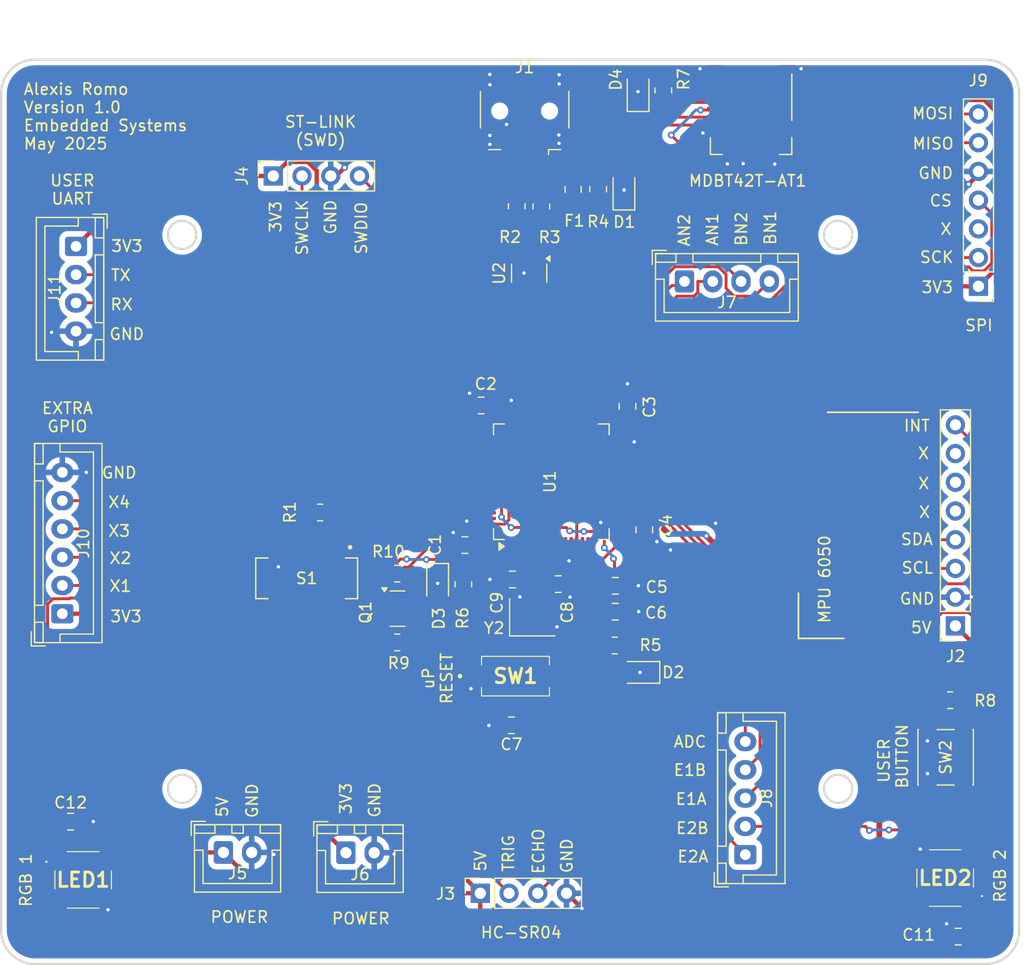
<source format=kicad_pcb>
(kicad_pcb (version 20241229) (generator "pcbnew") (generator_version "9.0")
  (layers (0 "F.Cu" signal) (2 "B.Cu" signal) (13 "F.Paste" user) (15 "B.Paste" user) (5 "F.SilkS" user "F.Silkscreen") (7 "B.SilkS" user "B.Silkscreen") (1 "F.Mask" user) (3 "B.Mask" user) (25 "Edge.Cuts" user))
  (net 0 "")
  (net 2 "/PS2_SCK")
  (net 3 "/PS2_MISO")
  (net 5 "/PS2_CS")
  (net 6 "/PS2_MOSI")
  (net 7 "Net-(U1-PA1)")
  (net 9 "/X4")
  (net 10 "/X3")
  (net 11 "/X1")
  (net 12 "/X2")
  (net 13 "/USER_TX")
  (net 16 "/USER_RX")
  (net 21 "/RESET")
  (net 28 "+3V3")
  (net 29 "GND")
  (net 33 "Net-(R1-Pad2)")
  (net 34 "/BOOT")
  (net 35 "/OSC_OUT")
  (net 36 "/OSC_IN")
  (net 37 "Net-(D1-A)")
  (net 39 "/D+")
  (net 40 "/D-")
  (net 41 "Net-(J1-VBUS)")
  (net 42 "/USB_CONN_D+")
  (net 43 "/USB_CONN_D-")
  (net 44 "Vusb")
  (net 45 "/USB_D+")
  (net 46 "/USB_D-")
  (net 47 "Net-(D2-A)")
  (net 48 "Net-(D3-A)")
  (net 49 "/USER_LED")
  (net 51 "+5V")
  (net 52 "/IMU_INT")
  (net 54 "/IMU_I2C_SCL")
  (net 56 "/IMU_I2C_SDA")
  (net 65 "Net-(D4-A)")
  (net 66 "/BL_WAKEUP")
  (net 67 "/BL_RX")
  (net 68 "/BL_TX")
  (net 69 "Net-(MDBT42T-AT1-INDICATOR)")
  (net 70 "/ULTRA_TRIG")
  (net 71 "/ULTRA_ECHO")
  (net 72 "/SWCLK")
  (net 73 "/SWDIO")
  (net 74 "/uBUTTON")
  (net 75 "/BN1")
  (net 76 "/AN1")
  (net 77 "/AN2")
  (net 78 "/BN2")
  (net 79 "/E2A")
  (net 80 "/E2B")
  (net 81 "/E1A")
  (net 82 "/E1B")
  (net 83 "/PWR_ADC")
  (net 84 "Net-(LED1-DOUT)")
  (net 85 "Net-(LED1-DIN)")
  (net 87 "/RGB_DIN")
  (footprint "Resistor_SMD:R_0805_2012Metric_Pad1.20x1.40mm_HandSolder" (layer "F.Cu") (at 137.68 42.715 -90)
    (property "Reference" "R2")
    (property "Value" "22")
  )
  (footprint "Package_QFP:LQFP-64_10x10mm_P0.5mm" (layer "F.Cu") (at 140.74 67.085 90)
    (property "Reference" "U1")
    (property "Value" "STM32F103RCTx")
  )
  (footprint "Resistor_SMD:R_0805_2012Metric_Pad1.20x1.40mm_HandSolder" (layer "F.Cu") (at 127.1175 81.3 180)
    (property "Reference" "R9")
    (property "Value" "10k")
  )
  (footprint "Resistor_SMD:R_0805_2012Metric_Pad1.20x1.40mm_HandSolder" (layer "F.Cu") (at 139.86 42.735 90)
    (property "Reference" "R3")
    (property "Value" "22")
  )
  (footprint "Capacitor_SMD:C_0805_2012Metric_Pad1.18x1.45mm_HandSolder" (layer "F.Cu") (at 98.2375 97.15)
    (property "Reference" "C12")
    (property "Value" "0.1uF")
  )
  (footprint "Connector_JST:JST_XH_B2B-XH-A_1x02_P2.50mm_Vertical" (layer "F.Cu") (at 122.58 99.9)
    (property "Reference" "J6")
    (property "Value" "CONN_3V3")
  )
  (footprint "Connector_PinHeader_2.54mm:PinHeader_1x07_P2.54mm_Vertical" (layer "F.Cu") (at 178.5 49.8 180)
    (property "Reference" "J9")
    (property "Value" "CONN_PS2")
  )
  (footprint "Connector_JST:JST_XH_B5B-XH-A_1x05_P2.50mm_Vertical" (layer "F.Cu") (at 157.89 100.07 90)
    (property "Reference" "J8")
    (property "Value" "CONN_HAL")
  )
  (footprint "Connector_PinSocket_2.54mm:PinSocket_1x08_P2.54mm_Vertical" (layer "F.Cu") (at 176.465 79.835 180)
    (property "Reference" "J2")
    (property "Value" "CONN_MPU6050")
  )
  (footprint "LED_SMD:LED_0805_2012Metric_Pad1.15x1.40mm_HandSolder" (layer "F.Cu") (at 148.41 32.475 90)
    (property "Reference" "D4")
    (property "Value" "BL_IND_LED")
  )
  (footprint "Package_TO_SOT_SMD:SOT-23" (layer "F.Cu") (at 127.1475 78.31)
    (property "Reference" "Q1")
    (property "Value" "BSS138")
  )
  (footprint "LED_SMD:LED_0805_2012Metric_Pad1.15x1.40mm_HandSolder" (layer "F.Cu") (at 130.69 76.18 -90)
    (property "Reference" "D3")
    (property "Value" "USER_LED")
  )
  (footprint "Resistor_SMD:R_0805_2012Metric_Pad1.20x1.40mm_HandSolder" (layer "F.Cu") (at 146.3475 81.57)
    (property "Reference" "R5")
    (property "Value" "10k")
  )
  (footprint "RGB_LED:INPI55TATPRPGPB" (layer "F.Cu") (at 99.35 102.3)
    (property "Reference" "LED1")
    (property "Value" "IN-PI55TATPRPGPB" (hide yes))
  )
  (footprint "Fuse:Fuse_0805_2012Metric_Pad1.15x1.40mm_HandSolder" (layer "F.Cu") (at 142.67 41.235 -90)
    (property "Reference" "F1")
    (property "Value" "PTCSMD")
  )
  (footprint "Capacitor_SMD:C_0805_2012Metric_Pad1.18x1.45mm_HandSolder" (layer "F.Cu") (at 137.3 75.73 180)
    (property "Reference" "C9")
    (property "Value" "22pF")
  )
  (footprint "Resistor_SMD:R_0805_2012Metric_Pad1.20x1.40mm_HandSolder" (layer "F.Cu") (at 127.1175 75.21 180)
    (property "Reference" "R10")
    (property "Value" "10k")
  )
  (footprint "Connector_PinSocket_2.54mm:PinSocket_1x04_P2.54mm_Vertical" (layer "F.Cu") (at 116.16 40.04 90)
    (property "Reference" "J4")
    (property "Value" "CONN_SWD")
  )
  (footprint "Resistor_SMD:R_0805_2012Metric_Pad1.20x1.40mm_HandSolder" (layer "F.Cu") (at 176 86.41)
    (property "Reference" "R8")
    (property "Value" "10k")
  )
  (footprint "Connector_JST:JST_XH_B4B-XH-A_1x04_P2.50mm_Vertical" (layer "F.Cu") (at 98.72 46.27 -90)
    (property "Reference" "J11")
    (property "Value" "CONN_UART")
  )
  (footprint "MDBT42T-AT:MDBT42T" (layer "F.Cu") (at 158.4 32.54)
    (property "Reference" "MDBT42T-AT1" (hide yes))
    (property "Value" "MDBT42T-AT" (hide yes))
  )
  (footprint "Capacitor_SMD:C_0805_2012Metric_Pad1.18x1.45mm_HandSolder" (layer "F.Cu") (at 134.54 60.34 180)
    (property "Reference" "C2")
    (property "Value" "0.1uF")
  )
  (footprint "Resistor_SMD:R_0805_2012Metric_Pad1.20x1.40mm_HandSolder" (layer "F.Cu") (at 132.96 76.15 -90)
    (property "Reference" "R6")
    (property "Value" "10k")
  )
  (footprint "Resistor_SMD:R_0805_2012Metric_Pad1.20x1.40mm_HandSolder" (layer "F.Cu") (at 150.64 32.475 90)
    (property "Reference" "R7")
    (property "Value" "10k")
  )
  (footprint "Capacitor_SMD:C_0805_2012Metric_Pad1.18x1.45mm_HandSolder" (layer "F.Cu") (at 148.96 71.34 -90)
    (property "Reference" "C4")
    (property "Value" "0.1uF")
  )
  (footprint "Package_TO_SOT_SMD:SOT-23-6" (layer "F.Cu") (at 138.78 48.6475 -90)
    (property "Reference" "U2")
    (property "Value" "USBLC6-2SC6")
  )
  (footprint "Capacitor_SMD:C_0805_2012Metric_Pad1.18x1.45mm_HandSolder" (layer "F.Cu") (at 146.39 76.29)
    (property "Reference" "C5")
    (property "Value" "0.1uF")
  )
  (footprint "Connector_PinSocket_2.54mm:PinSocket_1x04_P2.54mm_Vertical" (layer "F.Cu") (at 134.46 103.485 90)
    (property "Reference" "J3")
    (property "Value" "CONN_ULTRA")
  )
  (footprint "Connector_JST:JST_XH_B4B-XH-A_1x04_P2.50mm_Vertical" (layer "F.Cu") (at 152.51 49.37)
    (property "Reference" "J7")
    (property "Value" "CONN_DRIVE")
  )
  (footprint "Crystal:Crystal_SMD_Abracon_ABM8G-4Pin_3.2x2.5mm" (layer "F.Cu") (at 139.0525 79.07)
    (property "Reference" "Y2")
    (property "Value" "16MHz")
  )
  (footprint "SW_uP_Reset:SW_uP_Reset" (layer "F.Cu") (at 137.57 84.28)
    (property "Reference" "SW1")
    (property "Value" "SW_uP_Reset" (hide yes))
  )
  (footprint "Capacitor_SMD:C_0805_2012Metric_Pad1.18x1.45mm_HandSolder" (layer "F.Cu") (at 146.39 78.58)
    (property "Reference" "C6")
    (property "Value" "10uF")
  )
  (footprint "Connector_JST:JST_XH_B2B-XH-A_1x02_P2.50mm_Vertical" (layer "F.Cu") (at 111.75 99.875)
    (property "Reference" "J5")
    (property "Value" "CONN_5V")
  )
  (footprint "LED_SMD:LED_0805_2012Metric_Pad1.15x1.40mm_HandSolder" (layer "F.Cu") (at 148.4675 83.95 180)
    (property "Reference" "D2")
    (property "Value" "uP_PWR_LED")
  )
  (footprint "Capacitor_SMD:C_0805_2012Metric_Pad1.18x1.45mm_HandSolder" (layer "F.Cu") (at 133.1 72.69 180)
    (property "Reference" "C1")
    (property "Value" "0.1uF")
  )
  (footprint "RGB_LED:INPI55TATPRPGPB" (layer "F.Cu") (at 175.56 102.14 180)
    (property "Reference" "LED2")
    (property "Value" "IN-PI55TATPRPGPB" (hide yes))
  )
  (footprint "Capacitor_SMD:C_0805_2012Metric_Pad1.18x1.45mm_HandSolder" (layer "F.Cu") (at 141.35 76.14)
    (property "Reference" "C8")
    (property "Value" "22pF")
  )
  (footprint "Resistor_SMD:R_0805_2012Metric_Pad1.20x1.40mm_HandSolder" (layer "F.Cu") (at 120.3 69.81 180)
    (property "Reference" "R1")
    (property "Value" "10k")
  )
  (footprint "Connector_JST:JST_XH_B6B-XH-A_1x06_P2.50mm_Vertical" (layer "F.Cu") (at 97.51 78.76 90)
    (property "Reference" "J10")
    (property "Value" "CONN_TRACK")
  )
  (footprint "Capacitor_SMD:C_0805_2012Metric_Pad1.18x1.45mm_HandSolder" (layer "F.Cu") (at 147.47 60.42 90)
    (property "Reference" "C3")
    (property "Value" "0.1uF")
  )
  (footprint "Button_Switch_SMD:SW_SPST_PTS647_Sx50" (layer "F.Cu") (at 175.6 91.46 -90)
    (property "Reference" "SW2")
    (property "Value" "SW_USER")
  )
  (footprint "LED_SMD:LED_0805_2012Metric_Pad1.15x1.40mm_HandSolder" (layer "F.Cu") (at 147.16 41.185 90)
    (property "Reference" "D1")
    (property "Value" "USB_PWR_LED")
  )
  (footprint "SW_uP_Boot:SW_uP_Boot" (layer "F.Cu") (at 119.11 75.63 180)
    (property "Reference" "S1")
    (property "Value" "JS202011SCQN")
  )
  (footprint "Capacitor_SMD:C_0805_2012Metric_Pad1.18x1.45mm_HandSolder" (layer "F.Cu") (at 176.71 107.32 180)
    (property "Reference" "C11")
    (property "Value" "0.1uF")
  )
  (footprint "Connector_USB:USB_Mini-B_Lumberg_2486_01_Horizontal" (layer "F.Cu") (at 138.38 34.3 180)
    (property "Reference" "J1")
    (property "Value" "USB_B_Mini")
  )
  (footprint "Capacitor_SMD:C_0805_2012Metric_Pad1.18x1.45mm_HandSolder" (layer "F.Cu") (at 137.21 88.63 180)
    (property "Reference" "C7")
    (property "Value" "0.01uF")
  )
  (footprint "Resistor_SMD:R_0805_2012Metric_Pad1.20x1.40mm_HandSolder" (layer "F.Cu") (at 144.88 41.215 90)
    (property "Reference" "R4")
    (property "Value" "10k")
  )
  (gr_line (start 162.585 80.945) (end 166.585 80.945) (stroke (width 0.15)) (layer "F.SilkS"))
  (gr_line (start 162.585 80.945) (end 162.585 76.945) (stroke (width 0.15)) (layer "F.SilkS"))
  (gr_line (start 173.165 60.945) (end 165.165 60.945) (stroke (width 0.15)) (layer "F.SilkS"))
  (gr_arc (start 179.1 29.750001) (mid 181.22132 30.628681) (end 182.1 32.750001) (stroke (width 0.2)) (layer "Edge.Cuts"))
  (gr_arc (start 182.1 106.750001) (mid 181.22132 108.871321) (end 179.1 109.750001) (stroke (width 0.2)) (layer "Edge.Cuts"))
  (gr_line (start 179.1 29.750001) (end 95.100001 29.750001) (stroke (width 0.2)) (layer "Edge.Cuts"))
  (gr_circle (center 108.1 94.250001) (end 109.35 94.250001) (stroke (width 0.2)) (fill no) (layer "Edge.Cuts"))
  (gr_circle (center 108.1 45.250001) (end 109.35 45.250001) (stroke (width 0.2)) (fill no) (layer "Edge.Cuts"))
  (gr_line (start 179.1 109.750001) (end 95.100001 109.750001) (stroke (width 0.2)) (layer "Edge.Cuts"))
  (gr_arc (start 95.100001 109.750001) (mid 92.97868 108.871321) (end 92.1 106.75) (stroke (width 0.2)) (layer "Edge.Cuts"))
  (gr_arc (start 92.1 32.750002) (mid 92.97868 30.628681) (end 95.100001 29.750001) (stroke (width 0.2)) (layer "Edge.Cuts"))
  (gr_line (start 182.1 106.750001) (end 182.1 32.750001) (stroke (width 0.2)) (layer "Edge.Cuts"))
  (gr_circle (center 166.1 94.250001) (end 167.35 94.250001) (stroke (width 0.2)) (fill no) (layer "Edge.Cuts"))
  (gr_circle (center 166.1 45.250001) (end 167.35 45.250001) (stroke (width 0.2)) (fill no) (layer "Edge.Cuts"))
  (gr_line (start 92.1 106.75) (end 92.1 32.750002) (stroke (width 0.2)) (layer "Edge.Cuts"))
  (gr_text "5V" (at 111.65 95.84 90) (layer "F.SilkS") (effects (font (size 1 1))))
  (gr_text "X2" (at 102.65 73.85 0) (layer "F.SilkS") (effects (font (size 1 1))))
  (gr_text "ECHO" (at 139.6 99.77 90) (layer "F.SilkS") (effects (font (size 1 1))))
  (gr_text "E1B" (at 153 92.59 0) (layer "F.SilkS") (effects (font (size 1 1))))
  (gr_text "AN1" (at 154.98 44.77 90) (layer "F.SilkS") (effects (font (size 1 1))))
  (gr_text "X" (at 173.73 69.78 0) (layer "F.SilkS") (effects (font (size 1 1))))
  (gr_text "GND" (at 121.22 43.68 90) (layer "F.SilkS") (effects (font (size 1 1))))
  (gr_text "MOSI" (at 174.46 34.51 0) (layer "F.SilkS") (effects (font (size 1 1))))
  (gr_text "3V3" (at 103.22 46.24 0) (layer "F.SilkS") (effects (font (size 1 1))))
  (gr_text "E2A" (at 153.25 100.25 0) (layer "F.SilkS") (effects (font (size 1 1))))
  (gr_text "TX" (at 102.68 48.82 0) (layer "F.SilkS") (effects (font (size 1 1))))
  (gr_text "GND" (at 103.21 54.03 0) (layer "F.SilkS") (effects (font (size 1 1))))
  (gr_text "Alexis Romo\nVersion 1.0\nEmbedded Systems\nMay 2025" (at 94.012119 34.773208 0) (layer "F.SilkS") (effects (font (size 1 1)) (justify left)))
  (gr_text "HC-SR04" (at 138.08 106.96 0) (layer "F.SilkS") (effects (font (size 1 1))))
  (gr_text "3V3" (at 116.37 43.65 90) (layer "F.SilkS") (effects (font (size 1 1))))
  (gr_text "E1A" (at 153.1 95.15 0) (layer "F.SilkS") (effects (font (size 1 1))))
  (gr_text "X" (at 175.63 44.74 0) (layer "F.SilkS") (effects (font (size 1 1))))
  (gr_text "RX" (at 102.75 51.41 0) (layer "F.SilkS") (effects (font (size 1 1))))
  (gr_text "X4" (at 102.54 68.9 0) (layer "F.SilkS") (effects (font (size 1 1))))
  (gr_text "SCL" (at 173.1 74.7 0) (layer "F.SilkS") (effects (font (size 1 1))))
  (gr_text "SDA" (at 173.06 72.18 0) (layer "F.SilkS") (effects (font (size 1 1))))
  (gr_text "POWER" (at 123.9 105.72 0) (layer "F.SilkS") (effects (font (size 1 1))))
  (gr_text "GND" (at 125.12 95.26 90) (layer "F.SilkS") (effects (font (size 1 1))))
  (gr_text "3V3" (at 174.86 49.89 0) (layer "F.SilkS") (effects (font (size 1 1))))
  (gr_text "GND" (at 114.29 95.3 90) (layer "F.SilkS") (effects (font (size 1 1))))
  (gr_text "3V3" (at 103.14 79 0) (layer "F.SilkS") (effects (font (size 1 1))))
  (gr_text "MPU 6050" (at 165.485 79.685 90) (layer "F.SilkS") (effects (font (size 1 1)) (justify left bottom)))
  (gr_text "ADC" (at 153 90.09 0) (layer "F.SilkS") (effects (font (size 1 1))))
  (gr_text "uP \nRESET " (at 130.68 84.1 90) (layer "F.SilkS") (effects (font (size 1 1))))
  (gr_text "RGB 1" (at 94.29 102.33 90) (layer "F.SilkS") (effects (font (size 1 1))))
  (gr_text "5V" (at 173.45 79.99 0) (layer "F.SilkS") (effects (font (size 1 1))))
  (gr_text "INT" (at 173.06 62.13 0) (layer "F.SilkS") (effects (font (size 1 1))))
  (gr_text "SWDIO" (at 123.94 44.66 90) (layer "F.SilkS") (effects (font (size 1 1))))
  (gr_text "GND" (at 173.08 77.44 0) (layer "F.SilkS") (effects (font (size 1 1))))
  (gr_text "3V3" (at 122.58 95.11 90) (layer "F.SilkS") (effects (font (size 1 1))))
  (gr_text "SCK" (at 174.81 47.23 0) (layer "F.SilkS") (effects (font (size 1 1))))
  (gr_text "USER\nUART" (at 98.4 41.25 0) (layer "F.SilkS") (effects (font (size 1 1))))
  (gr_text "TRIG" (at 136.95 99.95 90) (layer "F.SilkS") (effects (font (size 1 1))))
  (gr_text "EXTRA\nGPIO" (at 97.96 61.39 0) (layer "F.SilkS") (effects (font (size 1 1))))
  (gr_text "GND\n" (at 174.72 39.79 0) (layer "F.SilkS") (effects (font (size 1 1))))
  (gr_text "GND" (at 102.54 66.29 0) (layer "F.SilkS") (effects (font (size 1 1))))
  (gr_text "X3" (at 102.54 71.44 0) (layer "F.SilkS") (effects (font (size 1 1))))
  (gr_text "X1" (at 102.65 76.31 0) (layer "F.SilkS") (effects (font (size 1 1))))
  (gr_text "X" (at 173.66 67.24 0) (layer "F.SilkS") (effects (font (size 1 1))))
  (gr_text "CS" (at 175.17 42.23 0) (layer "F.SilkS") (effects (font (size 1 1))))
  (gr_text "USER \nBUTTON" (at 170.95 91.37 90) (layer "F.SilkS") (effects (font (size 1 1))))
  (gr_text "BN1" (at 160.1 44.63 90) (layer "F.SilkS") (effects (font (size 1 1))))
  (gr_text "MISO" (at 174.49 37.18 0) (layer "F.SilkS") (effects (font (size 1 1))))
  (gr_text "X" (at 173.64 64.57 0) (layer "F.SilkS") (effects (font (size 1 1))))
  (gr_text "SPI" (at 178.54 53.26 0) (layer "F.SilkS") (effects (font (size 1 1))))
  (gr_text "MDBT42T-AT1" (at 158.1 40.47 0) (layer "F.SilkS") (effects (font (size 1 1))))
  (gr_text "GND" (at 142.11 100.17 90) (layer "F.SilkS") (effects (font (size 1 1))))
  (gr_text "AN2" (at 152.49 44.83 90) (layer "F.SilkS") (effects (font (size 1 1))))
  (gr_text "SWCLK" (at 118.71 44.6 90) (layer "F.SilkS") (effects (font (size 1 1))))
  (gr_text "ST-LINK\n(SWD)" (at 120.34 36.06 0) (layer "F.SilkS") (effects (font (size 1 1))))
  (gr_text "5V" (at 134.48 100.64 90) (layer "F.SilkS") (effects (font (size 1 1))))
  (gr_text "POWER" (at 113.17 105.59 0) (layer "F.SilkS") (effects (font (size 1 1))))
  (gr_text "RGB 2" (at 180.4 101.94 90) (layer "F.SilkS") (effects (font (size 1 1))))
  (gr_text "E2B" (at 153.21 97.73 0) (layer "F.SilkS") (effects (font (size 1 1))))
  (gr_text "BN2" (at 157.54 44.72 90) (layer "F.SilkS") (effects (font (size 1 1))))
  (segment (start 152.226936 52.226936) (end 160.230944 52.226936) (width 0.254) (layer "F.Cu") (net 2))
  (segment (start 165.19788 47.26) (end 178.5 47.26) (width 0.254) (layer "F.Cu") (net 2))
  (segment (start 143.99 61.41) (end 143.99 59.714925) (width 0.254) (layer "F.Cu") (net 2))
  (segment (start 160.230944 52.226936) (end 165.19788 47.26) (width 0.254) (layer "F.Cu") (net 2))
  (segment (start 150.005469 53.699456) (end 150.754416 53.699456) (width 0.254) (layer "F.Cu") (net 2))
  (segment (start 150.754416 53.699456) (end 152.226936 52.226936) (width 0.254) (layer "F.Cu") (net 2))
  (segment (start 143.99 59.714925) (end 150.005469 53.699456) (width 0.254) (layer "F.Cu") (net 2))
  (segment (start 160.231412 51.583) (end 162.311232 49.50318) (width 0.254) (layer "F.Cu") (net 3))
  (segment (start 143.49 61.41) (end 143.49 59.571457) (width 0.254) (layer "F.Cu") (net 3))
  (segment (start 152.227404 51.583) (end 160.231412 51.583) (width 0.254) (layer "F.Cu") (net 3))
  (segment (start 162.311232 49.50318) (end 162.311232 46.080889) (width 0.254) (layer "F.Cu") (net 3))
  (segment (start 150.565948 53.244456) (end 152.227404 51.583) (width 0.254) (layer "F.Cu") (net 3))
  (segment (start 171.292121 37.1) (end 178.5 37.1) (width 0.254) (layer "F.Cu") (net 3))
  (segment (start 149.817001 53.244456) (end 150.565948 53.244456) (width 0.254) (layer "F.Cu") (net 3))
  (segment (start 143.49 59.571457) (end 149.817001 53.244456) (width 0.254) (layer "F.Cu") (net 3))
  (segment (start 162.311232 46.080889) (end 171.292121 37.1) (width 0.254) (layer "F.Cu") (net 3))
  (segment (start 178.012056 48.438) (end 178.987944 48.438) (width 0.254) (layer "F.Cu") (net 5))
  (segment (start 177.662323 48.088267) (end 178.012056 48.438) (width 0.254) (layer "F.Cu") (net 5))
  (segment (start 152.453572 52.681936) (end 160.514089 52.681936) (width 0.254) (layer "F.Cu") (net 5))
  (segment (start 144.49 59.935376) (end 150.27092 54.154456) (width 0.254) (layer "F.Cu") (net 5))
  (segment (start 178.987944 48.438) (end 179.678 47.747944) (width 0.254) (layer "F.Cu") (net 5))
  (segment (start 165.107758 48.088267) (end 177.662323 48.088267) (width 0.254) (layer "F.Cu") (net 5))
  (segment (start 144.49 61.41) (end 144.49 59.935376) (width 0.254) (layer "F.Cu") (net 5))
  (segment (start 150.981052 54.154456) (end 152.453572 52.681936) (width 0.254) (layer "F.Cu") (net 5))
  (segment (start 160.514089 52.681936) (end 165.107758 48.088267) (width 0.254) (layer "F.Cu") (net 5))
  (segment (start 179.678 47.747944) (end 179.678 43.358) (width 0.254) (layer "F.Cu") (net 5))
  (segment (start 179.678 43.358) (end 178.5 42.18) (width 0.254) (layer "F.Cu") (net 5))
  (segment (start 150.27092 54.154456) (end 150.981052 54.154456) (width 0.254) (layer "F.Cu") (net 5))
  (segment (start 161.67059 49.500354) (end 161.67059 45.906892) (width 0.254) (layer "F.Cu") (net 6))
  (segment (start 142.99 59.427989) (end 149.628534 52.789456) (width 0.254) (layer "F.Cu") (net 6))
  (segment (start 150.37748 52.789456) (end 152.038936 51.128) (width 0.254) (layer "F.Cu") (net 6))
  (segment (start 173.017482 34.56) (end 178.5 34.56) (width 0.254) (layer "F.Cu") (net 6))
  (segment (start 161.67059 45.906892) (end 173.017482 34.56) (width 0.254) (layer "F.Cu") (net 6))
  (segment (start 142.99 61.41) (end 142.99 59.427989) (width 0.254) (layer "F.Cu") (net 6))
  (segment (start 160.042944 51.128) (end 161.67059 49.500354) (width 0.254) (layer "F.Cu") (net 6))
  (segment (start 149.628534 52.789456) (end 150.37748 52.789456) (width 0.254) (layer "F.Cu") (net 6))
  (segment (start 152.038936 51.128) (end 160.042944 51.128) (width 0.254) (layer "F.Cu") (net 6))
  (segment (start 143.99 72.76) (end 144.49 72.76) (width 0.254) (layer "F.Cu") (net 7))
  (segment (start 97.51 68.76) (end 114.71774 68.76) (width 0.254) (layer "F.Cu") (net 9))
  (segment (start 118.14274 65.335) (end 135.065 65.335) (width 0.254) (layer "F.Cu") (net 9))
  (segment (start 114.71774 68.76) (end 118.14274 65.335) (width 0.254) (layer "F.Cu") (net 9))
  (segment (start 112.861208 71.26) (end 118.286208 65.835) (width 0.254) (layer "F.Cu") (net 10))
  (segment (start 118.286208 65.835) (end 135.065 65.835) (width 0.254) (layer "F.Cu") (net 10))
  (segment (start 97.51 71.26) (end 112.861208 71.26) (width 0.254) (layer "F.Cu") (net 10))
  (segment (start 109.361178 76.26) (end 118.786178 66.835) (width 0.254) (layer "F.Cu") (net 11))
  (segment (start 118.786178 66.835) (end 135.065 66.835) (width 0.254) (layer "F.Cu") (net 11))
  (segment (start 97.51 76.26) (end 109.361178 76.26) (width 0.254) (layer "F.Cu") (net 11))
  (segment (start 118.64271 66.335) (end 135.065 66.335) (width 0.254) (layer "F.Cu") (net 12))
  (segment (start 97.51 73.76) (end 111.21771 73.76) (width 0.254) (layer "F.Cu") (net 12))
  (segment (start 111.21771 73.76) (end 118.64271 66.335) (width 0.254) (layer "F.Cu") (net 12))
  (segment (start 98.72 48.77) (end 116.475208 48.77) (width 0.254) (layer "F.Cu") (net 13))
  (segment (start 132.040208 64.335) (end 135.065 64.335) (width 0.254) (layer "F.Cu") (net 13))
  (segment (start 116.475208 48.77) (end 132.040208 64.335) (width 0.254) (layer "F.Cu") (net 13))
  (segment (start 98.73316 51.25684) (end 118.116237 51.25684) (width 0.254) (layer "F.Cu") (net 16))
  (segment (start 131.694397 64.835) (end 135.065 64.835) (width 0.254) (layer "F.Cu") (net 16))
  (segment (start 118.116237 51.25684) (end 131.694397 64.835) (width 0.254) (layer "F.Cu") (net 16))
  (segment (start 98.72 51.27) (end 98.73316 51.25684) (width 0.254) (layer "F.Cu") (net 16))
  (segment (start 141.868 83.332) (end 140.92 84.28) (width 0.254) (layer "F.Cu") (net 21))
  (segment (start 140.599861 88.63) (end 140.92 88.309861) (width 0.381) (layer "F.Cu") (net 21))
  (segment (start 140.92 88.309861) (end 140.92 84.28) (width 0.381) (layer "F.Cu") (net 21))
  (segment (start 139.99 74.066532) (end 141.410734 75.487266) (width 0.254) (layer "F.Cu") (net 21))
  (segment (start 138.2475 88.63) (end 140.599861 88.63) (width 0.381) (layer "F.Cu") (net 21))
  (segment (start 141.868 79.659873) (end 141.868 83.332) (width 0.254) (layer "F.Cu") (net 21))
  (segment (start 141.410734 79.202607) (end 141.868 79.659873) (width 0.254) (layer "F.Cu") (net 21))
  (segment (start 141.410734 75.487266) (end 141.410734 79.202607) (width 0.254) (layer "F.Cu") (net 21))
  (segment (start 139.99 72.76) (end 139.99 74.066532) (width 0.254) (layer "F.Cu") (net 21))
  (segment (start 180.1965 34.500753) (end 179.014247 33.3185) (width 0.381) (layer "F.Cu") (net 28))
  (segment (start 127.397812 73.929688) (end 126.1175 75.21) (width 0.254) (layer "F.Cu") (net 28))
  (segment (start 119.9985 44.761) (end 135.5775 60.34) (width 0.381) (layer "F.Cu") (net 28))
  (segment (start 147.295 63.335) (end 147.47 63.16) (width 0.254) (layer "F.Cu") (net 28))
  (segment (start 133.78 71.21) (end 133.78 72.3325) (width 0.254) (layer "F.Cu") (net 28))
  (segment (start 122.88 72.88) (end 125.21 75.21) (width 0.381) (layer "F.Cu") (net 28))
  (segment (start 120.16 97.48) (end 106.553 97.48) (width 0.381) (layer "F.Cu") (net 28))
  (segment (start 178.5 49.8) (end 180.1965 48.1035) (width 0.381) (layer "F.Cu") (net 28))
  (segment (start 106.553 97.48) (end 102.4415 101.5915) (width 0.381) (layer "F.Cu") (net 28))
  (segment (start 119.9985 39.582753) (end 119.9985 44.761) (width 0.381) (layer "F.Cu") (net 28))
  (segment (start 145.3525 78.58) (end 145.3525 76.29) (width 0.508) (layer "F.Cu") (net 28))
  (segment (start 121.61 72.88) (end 122.88 72.88) (width 0.381) (layer "F.Cu") (net 28))
  (segment (start 135.6475 60.27) (end 135.5775 60.34) (width 0.254) (layer "F.Cu") (net 28))
  (segment (start 148.4925 69.835) (end 148.96 70.3025) (width 0.254) (layer "F.Cu") (net 28))
  (segment (start 113.437929 78.76) (end 117.676429 74.5215) (width 0.381) (layer "F.Cu") (net 28))
  (segment (start 119.9685 74.5215) (end 121.61 72.88) (width 0.381) (layer "F.Cu") (net 28))
  (segment (start 168.966531 86.41) (end 154.446405 71.889874) (width 0.508) (layer "F.Cu") (net 28))
  (segment (start 147.47 63.16) (end 147.47 61.4575) (width 0.254) (layer "F.Cu") (net 28))
  (segment (start 142.99 72.76) (end 142.99 70.305) (width 0.254) (layer "F.Cu") (net 28))
  (segment (start 127.945473 73.929688) (end 127.397812 73.929688) (width 0.254) (layer "F.Cu") (net 28))
  (segment (start 142.99 72.76) (end 142.99 71.912992) (width 0.254) (layer "F.Cu") (net 28))
  (segment (start 97.51 78.76) (end 113.437929 78.76) (width 0.381) (layer "F.Cu") (net 28))
  (segment (start 117.676429 74.5215) (end 119.9685 74.5215) (width 0.381) (layer "F.Cu") (net 28))
  (segment (start 142.99 70.305) (end 142.52 69.835) (width 0.254) (layer "F.Cu") (net 28))
  (segment (start 116.16 40.04) (end 104.95 40.04) (width 0.381) (layer "F.Cu") (net 28))
  (segment (start 145.3475 94.702) (end 155 104.3545) (width 0.508) (layer "F.Cu") (net 28))
  (segment (start 136.66 60.27) (end 135.6475 60.27) (width 0.254) (layer "F.Cu") (net 28))
  (segment (start 154.446405 71.889874) (end 154.446405 71.868956) (width 0.508) (layer "F.Cu") (net 28))
  (segment (start 102.4415 101.5915) (end 100.6585 101.5915) (width 0.381) (layer "F.Cu") (net 28))
  (segment (start 136.99 61.41) (end 136.99 60.6) (width 0.254) (layer "F.Cu") (net 28))
  (segment (start 169.732626 87.877374) (end 171.2 86.41) (width 0.508) (layer "F.Cu") (net 28))
  (segment (start 144.93 69.385) (end 144.48 69.835) (width 0.254) (layer "F.Cu") (net 28))
  (segment (start 178.5 49.8) (end 164.34828 49.8) (width 0.381) (layer "F.Cu") (net 28))
  (segment (start 152.69078 61.4575) (end 147.47 61.4575) (width 0.381) (layer "F.Cu") (net 28))
  (segment (start 119.214247 38.7985) (end 119.9985 39.582753) (width 0.381) (layer "F.Cu") (net 28))
  (segment (start 145.3475 81.57) (end 145.3475 94.702) (width 0.508) (layer "F.Cu") (net 28))
  (segment (start 145.155 63.335) (end 144.93 63.56) (width 0.254) (layer "F.Cu") (net 28))
  (segment (start 126.1175 76.5055) (end 126.1175 75.21) (width 0.381) (layer "F.Cu") (net 28))
  (segment (start 116.16 40.04) (end 117.4015 38.7985) (width 0.381) (layer "F.Cu") (net 28))
  (segment (start 136.99 60.6) (end 136.66 60.27) (width 0.254) (layer "F.Cu") (net 28))
  (segment (start 100.6585 98.945805) (end 119.582805 80.0215) (width 0.381) (layer "F.Cu") (net 28))
  (segment (start 169.732626 104.3545) (end 169.732626 87.877374) (width 0.508) (layer "F.Cu") (net 28))
  (segment (start 133.78 72.3325) (end 134.1375 72.69) (width 0.254) (layer "F.Cu") (net 28))
  (segment (start 144.48 69.835) (end 142.52 69.835) (width 0.254) (layer "F.Cu") (net 28))
  (segment (start 155 104.3545) (end 169.732626 104.3545) (width 0.508) (layer "F.Cu") (net 28))
  (segment (start 144.93 63.56) (end 144.93 69.385) (width 0.254) (layer "F.Cu") (net 28))
  (segment (start 179.014247 33.3185) (end 162.1385 33.3185) (width 0.381) (layer "F.Cu") (net 28))
  (segment (start 126.1175 77.2675) (end 126.21 77.36) (width 0.381) (layer "F.Cu") (net 28))
  (segment (start 137.615 69.835) (end 136.99 69.21) (width 0.254) (layer "F.Cu") (net 28))
  (segment (start 175 86.41) (end 168.966531 86.41) (width 0.508) (layer "F.Cu") (net 28))
  (segment (start 119.582805 80.0215) (end 122.6015 80.0215) (width 0.381) (layer "F.Cu") (net 28))
  (segment (start 125.21 75.21) (end 126.1175 75.21) (width 0.381) (layer "F.Cu") (net 28))
  (segment (start 126.1175 75.21) (end 126.1175 77.2675) (width 0.381) (layer "F.Cu") (net 28))
  (segment (start 136.99 69.21) (end 136.99 61.41) (width 0.254) (layer "F.Cu") (net 28))
  (segment (start 122.58 99.9) (end 120.16 97.48) (width 0.381) (layer "F.Cu") (net 28))
  (segment (start 145.3475 78.585) (end 145.3525 78.58) (width 0.508) (layer "F.Cu") (net 28))
  (segment (start 145.3475 81.57) (end 145.3475 78.585) (width 0.508) (layer "F.Cu") (net 28))
  (segment (start 122.6015 80.0215) (end 126.1175 76.5055) (width 0.381) (layer "F.Cu") (net 28))
  (segment (start 136.99 69.21) (end 136.99 70.45) (width 0.254) (layer "F.Cu") (net 28))
  (segment (start 132.867676 73.959824) (end 129.688761 73.959824) (width 0.254) (layer "F.Cu") (net 28))
  (segment (start 134.155 70.835) (end 133.78 71.21) (width 0.254) (layer "F.Cu") (net 28))
  (segment (start 146.415 69.835) (end 148.4925 69.835) (width 0.254) (layer "F.Cu") (net 28))
  (segment (start 146.415 63.335) (end 147.295 63.335) (width 0.254) (layer "F.Cu") (net 28))
  (segment (start 104.95 40.04) (end 98.72 46.27) (width 0.381) (layer "F.Cu") (net 28))
  (segment (start 149.71013 70.3025) (end 148.96 70.3025) (width 0.508) (layer "F.Cu") (net 28))
  (segment (start 162.1385 33.3185) (end 159.8 35.657) (width 0.381) (layer "F.Cu") (net 28))
  (segment (start 159.8 35.657) (end 159.8 37.74) (width 0.381) (layer "F.Cu") (net 28))
  (segment (start 171.2 86.41) (end 175 86.41) (width 0.508) (layer "F.Cu") (net 28))
  (segment (start 151.1071 71.69947) (end 149.71013 70.3025) (width 0.508) (layer "F.Cu") (net 28))
  (segment (start 136.605 70.835) (end 135.065 70.835) (width 0.254) (layer "F.Cu") (net 28))
  (segment (start 146.415 69.835) (end 144.48 69.835) (width 0.254) (layer "F.Cu") (net 28))
  (segment (start 135.065 70.835) (end 134.155 70.835) (width 0.254) (layer "F.Cu") (net 28))
  (segment (start 146.415 63.335) (end 145.155 63.335) (width 0.254) (layer "F.Cu") (net 28))
  (segment (start 117.4015 38.7985) (end 119.214247 38.7985) (width 0.381) (layer "F.Cu") (net 28))
  (segment (start 164.34828 49.8) (end 152.69078 61.4575) (width 0.381) (layer "F.Cu") (net 28))
  (segment (start 134.1375 72.69) (end 132.867676 73.959824) (width 0.254) (layer "F.Cu") (net 28))
  (segment (start 142.52 69.835) (end 137.615 69.835) (width 0.254) (layer "F.Cu") (net 28))
  (segment (start 180.1965 48.1035) (end 180.1965 34.500753) (width 0.381) (layer "F.Cu") (net 28))
  (segment (start 100.6585 101.5915) (end 100.6585 98.945805) (width 0.381) (layer "F.Cu") (net 28))
  (segment (start 136.99 70.45) (end 136.605 70.835) (width 0.254) (layer "F.Cu") (net 28))
  (via (at 127.945473 73.929688) (size 0.6) (drill 0.3) (layers "F.Cu" "B.Cu") (net 28))
  (via (at 154.446405 71.868956) (size 0.6) (drill 0.3) (layers "F.Cu" "B.Cu") (net 28))
  (via (at 151.1071 71.69947) (size 0.6) (drill 0.3) (layers "F.Cu" "B.Cu") (net 28))
  (via (at 129.688761 73.959824) (size 0.6) (drill 0.3) (layers "F.Cu" "B.Cu") (net 28))
  (segment (start 154.275389 71.69794) (end 151.10863 71.69794) (width 0.508) (layer "B.Cu") (net 28))
  (segment (start 151.10863 71.69794) (end 151.1071 71.69947) (width 0.508) (layer "B.Cu") (net 28))
  (segment (start 154.446405 71.868956) (end 154.275389 71.69794) (width 0.508) (layer "B.Cu") (net 28))
  (segment (start 127.975609 73.959824) (end 127.945473 73.929688) (width 0.254) (layer "B.Cu") (net 28))
  (segment (start 129.688761 73.959824) (end 127.975609 73.959824) (width 0.254) (layer "B.Cu") (net 28))
  (segment (start 145.465 70.335) (end 145.11 70.69) (width 0.254) (layer "F.Cu") (net 29))
  (segment (start 137.96 77.27) (end 137.96 78.2125) (width 0.508) (layer "F.Cu") (net 29))
  (segment (start 148.43 76.28) (end 147.4375 76.28) (width 0.508) (layer "F.Cu") (net 29))
  (segment (start 125.08 99.9) (end 126.721026 99.9) (width 0.381) (layer "F.Cu") (net 29))
  (segment (start 173.36 99.59) (end 173.35 99.58) (width 0.508) (layer "F.Cu") (net 29))
  (segment (start 135.31 75.73) (end 136.2625 75.73) (width 0.508) (layer "F.Cu") (net 29))
  (segment (start 160.5 38.98) (end 160.49 38.99) (width 0.381) (layer "F.Cu") (net 29))
  (segment (start 175.6725 106.1875) (end 175.68 106.18) (width 0.508) (layer "F.Cu") (net 29))
  (segment (start 100.24 97.15) (end 100.25 97.14) (width 0.508) (layer "F.Cu") (net 29))
  (segment (start 135.065 70.335) (end 133.495 70.335) (width 0.254) (layer "F.Cu") (net 29))
  (segment (start 125.08 99.9) (end 125.08 99.92) (width 0.381) (layer "F.Cu") (net 29))
  (segment (start 174 88.835) (end 174 90) (width 0.508) (layer "F.Cu") (net 29))
  (segment (start 160.5 37.74) (end 160.5 38.98) (width 0.381) (layer "F.Cu") (net 29))
  (segment (start 98.72 53.77) (end 96.658816 53.77) (width 0.381) (layer "F.Cu") (net 29))
  (segment (start 173.36 100.54) (end 173.36 99.59) (width 0.508) (layer "F.Cu") (net 29))
  (segment (start 137.96 78.2125) (end 137.9525 78.22) (width 0.508) (layer "F.Cu") (net 29))
  (segment (start 96.658816 53.77) (end 96.559334 53.869482) (width 0.381) (layer "F.Cu") (net 29))
  (segment (start 147.4375 78.57) (end 147.4275 78.58) (width 0.508) (layer "F.Cu") (net 29))
  (segment (start 141.24 79.92) (end 140.1525 79.92) (width 0.508) (layer "F.Cu") (net 29))
  (segment (start 136.1725 88.63) (end 135.23 88.63) (width 0.508) (layer "F.Cu") (net 29))
  (segment (start 138.78 48.17) (end 138.32 48.63) (width 0.254) (layer "F.Cu") (net 29))
  (segment (start 148.41 33.5) (end 148.41 32.595) (width 0.508) (layer "F.Cu") (net 29))
  (segment (start 138.78 47.51) (end 138.78 48.17) (width 0.254) (layer "F.Cu") (net 29))
  (segment (start 135.23 88.63) (end 135.22 88.64) (width 0.508) (layer "F.Cu") (net 29))
  (segment (start 133.51 60.3325) (end 133.5025 60.34) (width 0.508) (layer "F.Cu") (net 29))
  (segment (start 121.723385 40.04) (end 122.467056 39.296329) (width 0.381) (layer "F.Cu") (net 29))
  (segment (start 143.443394 104.821771) (end 142.106623 103.485) (width 0.381) (layer "F.Cu") (net 29))
  (segment (start 142.106623 103.485) (end 142.08 103.485) (width 0.381) (layer "F.Cu") (net 29))
  (segment (start 137.49 61.41) (end 137.49 60.18) (width 0.254) (layer "F.Cu") (net 29))
  (segment (start 133.495 70.335) (end 133.26 70.57) (width 0.254) (layer "F.Cu") (net 29))
  (segment (start 142.39 76.1425) (end 142.3875 76.14) (width 0.508) (layer "F.Cu") (net 29))
  (segment (start 99.625095 66.26) (end 97.51 66.26) (width 0.381) (layer "F.Cu") (net 29))
  (segment (start 137.49 60.18) (end 137.2 59.89) (width 0.254) (layer "F.Cu") (net 29))
  (segment (start 132.07 71.58) (end 132.07 72.6825) (width 0.508) (layer "F.Cu") (net 29))
  (segment (start 146.415 63.835) (end 147.795 63.835) (width 0.254) (layer "F.Cu") (net 29))
  (segment (start 132.07 72.6825) (end 132.0625 72.69) (width 0.508) (layer "F.Cu") (net 29))
  (segment (start 155.2 30.54) (end 155.18 30.56) (width 0.381) (layer "F.Cu") (net 29))
  (segment (start 147.795 63.835) (end 148.07 63.56) (width 0.254) (layer "F.Cu") (net 29))
  (segment (start 133.64 85.39) (end 133.64 84.86) (width 0.508) (layer "F.Cu") (net 29))
  (segment (start 174 94.085) (end 174 92.9) (width 0.508) (layer "F.Cu") (net 29))
  (segment (start 136.78 37) (end 136.78 35.48) (width 0.381) (layer "F.Cu") (net 29))
  (segment (start 116.61 74.61) (end 116.61 72.88) (width 0.508) (layer "F.Cu") (net 29))
  (segment (start 155.18 30.56) (end 153.88 30.56) (width 0.381) (layer "F.Cu") (net 29))
  (segment (start 147.17 42.2) (end 147.16 42.21) (width 0.508) (layer "F.Cu") (net 29))
  (segment (start 177.826359 77.295) (end 177.858744 77.262615) (width 0.381) (layer "F.Cu") (net 29))
  (segment (start 116.033788 99.875) (end 116.211571 100.052783) (width 0.381) (layer "F.Cu") (net 29))
  (segment (start 174 90) (end 173.99 90.01) (width 0.508) (layer "F.Cu") (net 29))
  (segment (start 142.39 77.29) (end 142.39 76.1425) (width 0.508) (layer "F.Cu") (net 29))
  (segment (start 148.9625 72.38) (end 148.96 72.3775) (width 0.508) (layer "F.Cu") (net 29))
  (segment (start 130.69 76.07) (end 130.69 75.155) (width 0.508) (layer "F.Cu") (net 29))
  (segment (start 156.3 37.74) (end 156.3 38.97) (width 0.381) (layer "F.Cu") (net 29))
  (segment (start 157.7 37.74) (end 157.7 38.95) (width 0.381) (layer "F.Cu") (net 29))
  (segment (start 125.08 99.92) (end 125 100) (width 0.381) (layer "F.Cu") (net 29))
  (segment (start 126.721026 99.9) (end 126.847417 100.026391) (width 0.381) (layer "F.Cu") (net 29))
  (segment (start 99.627328 66.257767) (end 99.625095 66.26) (width 0.381) (layer "F.Cu") (net 29))
  (segment (start 147.47 58.42) (end 147.47 59.3825) (width 0.508) (layer "F.Cu") (net 29))
  (segment (start 142.49 72.76) (end 142.49 73.89) (width 0.254) (layer "F.Cu") (net 29))
  (segment (start 133.51 59.26) (end 133.51 60.3325) (width 0.508) (layer "F.Cu") (net 29))
  (segment (start 154.140426 36.24) (end 155.2 36.24) (width 0.381) (layer "F.Cu") (net 29))
  (segment (start 178.5 39.64) (end 178.5 39.891172) (width 0.381) (layer "F.Cu") (net 29))
  (segment (start 148.58 83.95) (end 149.4925 83.95) (width 0.508) (layer "F.Cu") (net 29))
  (segment (start 175.6725 107.32) (end 175.6725 106.1875) (width 0.508) (layer "F.Cu") (net 29))
  (segment (start 178.5 39.891172) (end 177.621873 40.769299) (width 0.381) (layer "F.Cu") (net 29))
  (segment (start 176.465 77.295) (end 177.826359 77.295) (width 0.381) (layer "F.Cu") (net 29))
  (segment (start 147.17 41.28) (end 147.17 42.2) (width 0.508) (layer "F.Cu") (net 29))
  (segment (start 133.64 84.86) (end 134.22 84.28) (width 0.508) (layer "F.Cu") (net 29))
  (segment (start 121.24 40.04) (end 121.723385 40.04) (width 0.381) (layer "F.Cu") (net 29))
  (segment (start 101.55 103.9) (end 101.55 104.94) (width 0.508) (layer "F.Cu") (net 29))
  (segment (start 142.49 73.89) (end 142.3 74.08) (width 0.254) (layer "F.Cu") (net 29))
  (segment (start 147.4375 76.28) (end 147.4275 76.29) (width 0.508) (layer "F.Cu") (net 29))
  (segment (start 146.415 70.335) (end 145.465 70.335) (width 0.254) (layer "F.Cu") (net 29))
  (segment (start 148.46 78.57) (end 147.4375 78.57) (width 0.508) (layer "F.Cu") (net 29))
  (segment (start 148.41 32.595) (end 148.4 32.585) (width 0.508) (layer "F.Cu") (net 29))
  (segment (start 161.6 30.54) (end 162.81 30.54) (width 0.381) (layer "F.Cu") (net 29))
  (segment (start 150.07 72.38) (end 148.9625 72.38) (width 0.508) (layer "F.Cu") (net 29))
  (segment (start 114.25 99.875) (end 116.033788 99.875) (width 0.381) (layer "F.Cu") (net 29))
  (segment (start 162.81 30.54) (end 162.82 30.55) (width 0.381) (layer "F.Cu") (net 29))
  (segment (start 99.275 97.15) (end 100.24 97.15) (width 0.508) (layer "F.Cu") (net 29))
  (via (at 135.3 31.06) (size 0.6) (drill 0.3) (layers "F.Cu" "B.Cu") (net 29))
  (via (at 135.31 31.97) (size 0.6) (drill 0.3) (layers "F.Cu" "B.Cu") (net 29))
  (via (at 177.621873 40.769299) (size 0.6) (drill 0.3) (layers "F.Cu" "B.Cu") (net 29))
  (via (at 99.627328 66.257767) (size 0.6) (drill 0.3) (layers "F.Cu" "B.Cu") (net 29))
  (via (at 138.32 48.63) (size 0.6) (drill 0.3) (layers "F.Cu" "B.Cu") (net 29))
  (via (at 101.55 104.94) (size 0.6) (drill 0.3) (layers "F.Cu" "B.Cu") (net 29))
  (via (at 136.78 35.48) (size 0.6) (drill 0.3) (layers "F.Cu" "B.Cu") (net 29))
  (via (at 137.2 59.89) (size 0.6) (drill 0.3) (layers "F.Cu" "B.Cu") (net 29))
  (via (at 135.31 36.46) (size 0.6) (drill 0.3) (layers "F.Cu" "B.Cu") (net 29))
  (via (at 100.25 97.14) (size 0.6) (drill 0.3) (layers "F.Cu" "B.Cu") (net 29))
  (via (at 96.559334 53.869482) (size 0.6) (drill 0.3) (layers "F.Cu" "B.Cu") (net 29))
  (via (at 148.43 76.28) (size 0.6) (drill 0.3) (layers "F.Cu" "B.Cu") (net 29))
  (via (at 133.26 70.57) (size 0.6) (drill 0.3) (layers "F.Cu" "B.Cu") (net 29))
  (via (at 160.49 38.99) (size 0.6) (drill 0.3) (layers "F.Cu" "B.Cu") (net 29))
  (via (at 156.3 38.97) (size 0.6) (drill 0.3) (layers "F.Cu" "B.Cu") (net 29))
  (via (at 135.31 75.73) (size 0.6) (drill 0.3) (layers "F.Cu" "B.Cu") (net 29))
  (via (at 141.24 79.92) (size 0.6) (drill 0.3) (layers "F.Cu" "B.Cu") (net 29))
  (via (at 116.61 74.61) (size 0.6) (drill 0.3) (layers "F.Cu" "B.Cu") (net 29))
  (via (at 162.82 30.55) (size 0.6) (drill 0.3) (layers "F.Cu" "B.Cu") (net 29))
  (via (at 150.07 72.38) (size 0.6) (drill 0.3) (layers "F.Cu" "B.Cu") (net 29))
  (via (at 174 92.9) (size 0.6) (drill 0.3) (layers "F.Cu" "B.Cu") (net 29))
  (via (at 132.07 71.58) (size 0.6) (drill 0.3) (layers "F.Cu" "B.Cu") (net 29))
  (via (at 133.64 85.39) (size 0.6) (drill 0.3) (layers "F.Cu" "B.Cu") (net 29))
  (via (at 141.41 36.42) (size 0.6) (drill 0.3) (layers "F.Cu" "B.Cu") (net 29))
  (via (at 145.11 70.69) (size 0.6) (drill 0.3) (layers "F.Cu" "B.Cu") (net 29))
  (via (at 173.35 99.58) (size 0.6) (drill 0.3) (layers "F.Cu" "B.Cu") (net 29))
  (via (at 153.88 30.56) (size 0.6) (drill 0.3) (layers "F.Cu" "B.Cu") (net 29))
  (via (at 148.58 83.95) (size 0.6) (drill 0.3) (layers "F.Cu" "B.Cu") (net 29))
  (via (at 135.22 88.64) (size 0.6) (drill 0.3) (layers "F.Cu" "B.Cu") (net 29))
  (via (at 143.443394 104.821771) (size 0.6) (drill 0.3) (layers "F.Cu" "B.Cu") (net 29))
  (via (at 141.42 37.15) (size 0.6) (drill 0.3) (layers "F.Cu" "B.Cu") (net 29))
  (via (at 141.43 31.9) (size 0.6) (drill 0.3) (layers "F.Cu" "B.Cu") (net 29))
  (via (at 141.43 31.09) (size 0.6) (drill 0.3) (layers "F.Cu" "B.Cu") (net 29))
  (via (at 157.7 38.95) (size 0.6) (drill 0.3) (layers "F.Cu" "B.Cu") (net 29))
  (via (at 177.858744 77.262615) (size 0.6) (drill 0.3) (layers "F.Cu" "B.Cu") (net 29))
  (via (at 116.211571 100.052783) (size 0.6) (drill 0.3) (layers "F.Cu" "B.Cu") (net 29))
  (via (at 175.68 106.18) (size 0.6) (drill 0.3) (layers "F.Cu" "B.Cu") (net 29))
  (via (at 148.46 78.57) (size 0.6) (drill 0.3) (layers "F.Cu" "B.Cu") (net 29))
  (via (at 137.96 77.27) (size 0.6) (drill 0.3) (layers "F.Cu" "B.Cu") (net 29))
  (via (at 122.467056 39.296329) (size 0.6) (drill 0.3) (layers "F.Cu" "B.Cu") (net 29))
  (via (at 148.07 63.56) (size 0.6) (drill 0.3) (layers "F.Cu" "B.Cu") (net 29))
  (via (at 148.4 32.585) (size 0.6) (drill 0.3) (layers "F.Cu" "B.Cu") (net 29))
  (via (at 154.140426 36.24) (size 0.6) (drill 0.3) (layers "F.Cu" "B.Cu") (net 29))
  (via (at 130.69 76.07) (size 0.6) (drill 0.3) (layers "F.Cu" "B.Cu") (net 29))
  (via (at 133.51 59.26) (size 0.6) (drill 0.3) (layers "F.Cu" "B.Cu") (net 29))
  (via (at 142.39 77.29) (size 0.6) (drill 0.3) (layers "F.Cu" "B.Cu") (net 29))
  (via (at 126.847417 100.026391) (size 0.6) (drill 0.3) (layers "F.Cu" "B.Cu") (net 29))
  (via (at 155.263828 70.758507) (size 0.6) (drill 0.3) (layers "F.Cu" "B.Cu") (net 29))
  (via (at 173.99 90.01) (size 0.6) (drill 0.3) (layers "F.Cu" "B.Cu") (net 29))
  (via (at 142.3 74.08) (size 0.6) (drill 0.3) (layers "F.Cu" "B.Cu") (net 29))
  (via (at 147.47 58.42) (size 0.6) (drill 0.3) (layers "F.Cu" "B.Cu") (net 29))
  (via (at 135.31 37.25) (size 0.6) (drill 0.3) (layers "F.Cu" "B.Cu") (net 29))
  (via (at 151.273417 73.116477) (size 0.6) (drill 0.3) (layers "F.Cu" "B.Cu") (net 29))
  (via (at 147.17 41.28) (size 0.6) (drill 0.3) (layers "F.Cu" "B.Cu") (net 29))
  (segment (start 119.3 69.81) (end 119.3 72.69) (width 0.381) (layer "F.Cu") (net 33))
  (segment (start 119.3 72.69) (end 119.11 72.88) (width 0.381) (layer "F.Cu") (net 33))
  (segment (start 121.3 69.81) (end 122.275 68.835) (width 0.254) (layer "F.Cu") (net 34))
  (segment (start 122.275 68.835) (end 135.065 68.835) (width 0.254) (layer "F.Cu") (net 34))
  (segment (start 140.3125 75.0325) (end 140.3125 76.14) (width 0.254) (layer "F.Cu") (net 35))
  (segment (start 139.49 74.21) (end 140.3125 75.0325) (width 0.254) (layer "F.Cu") (net 35))
  (segment (start 140.3125 78.06) (end 140.1525 78.22) (width 0.254) (layer "F.Cu") (net 35))
  (segment (start 139.49 72.76) (end 139.49 74.21) (width 0.254) (layer "F.Cu") (net 35))
  (segment (start 140.3125 76.14) (end 140.3125 78.06) (width 0.254) (layer "F.Cu") (net 35))
  (segment (start 138.69 79.92) (end 139.03 79.58) (width 0.254) (layer "F.Cu") (net 36))
  (segment (start 137.9525 79.92) (end 138.69 79.92) (width 0.254) (layer "F.Cu") (net 36))
  (segment (start 138.99 73.83) (end 138.41 74.41) (width 0.254) (layer "F.Cu") (net 36))
  (segment (start 139.03 76.4225) (end 138.3375 75.73) (width 0.254) (layer "F.Cu") (net 36))
  (segment (start 138.41 74.41) (end 138.41 75.6575) (width 0.254) (layer "F.Cu") (net 36))
  (segment (start 139.03 79.58) (end 139.03 76.4225) (width 0.254) (layer "F.Cu") (net 36))
  (segment (start 138.99 72.76) (end 138.99 73.83) (width 0.254) (layer "F.Cu") (net 36))
  (segment (start 138.41 75.6575) (end 138.3375 75.73) (width 0.254) (layer "F.Cu") (net 36))
  (segment (start 147.105 40.215) (end 144.88 40.215) (width 0.508) (layer "F.Cu") (net 37))
  (segment (start 147.16 40.16) (end 147.105 40.215) (width 0.508) (layer "F.Cu") (net 37))
  (segment (start 138.555 38.675001) (end 138.555 40.095) (width 0.2) (layer "F.Cu") (net 39))
  (segment (start 138.38 38.500001) (end 138.555 38.675001) (width 0.2) (layer "F.Cu") (net 39))
  (segment (start 138.38 37) (end 138.38 38.500001) (width 0.2) (layer "F.Cu") (net 39))
  (segment (start 138.555 40.095) (end 137.68 40.97) (width 0.2) (layer "F.Cu") (net 39))
  (segment (start 137.68 40.97) (end 137.68 41.715) (width 0.2) (layer "F.Cu") (net 39))
  (segment (start 139.18 38.500001) (end 139.005 38.675001) (width 0.2) (layer "F.Cu") (net 40))
  (segment (start 139.005 40.095) (end 139.86 40.95) (width 0.2) (layer "F.Cu") (net 40))
  (segment (start 139.86 40.95) (end 139.86 41.735) (width 0.2) (layer "F.Cu") (net 40))
  (segment (start 139.18 37) (end 139.18 38.500001) (width 0.2) (layer "F.Cu") (net 40))
  (segment (start 139.005 38.675001) (end 139.005 40.095) (width 0.2) (layer "F.Cu") (net 40))
  (segment (start 139.98 37) (end 139.98 38.59) (width 0.381) (layer "F.Cu") (net 41))
  (segment (start 140.33 38.94) (end 142.3 38.94) (width 0.381) (layer "F.Cu") (net 41))
  (segment (start 142.3 38.94) (end 142.67 39.31) (width 0.381) (layer "F.Cu") (net 41))
  (segment (start 142.67 39.31) (end 142.67 40.21) (width 0.381) (layer "F.Cu") (net 41))
  (segment (start 139.98 38.59) (end 140.33 38.94) (width 0.381) (layer "F.Cu") (net 41))
  (segment (start 138.554999 45.998197) (end 137.83 46.723196) (width 0.2) (layer "F.Cu") (net 42))
  (segment (start 137.83 46.723196) (end 137.83 47.51) (width 0.2) (layer "F.Cu") (net 42))
  (segment (start 137.68 43.715) (end 138.554999 44.589999) (width 0.2) (layer "F.Cu") (net 42))
  (segment (start 138.554999 44.589999) (end 138.554999 45.998197) (width 0.2) (layer "F.Cu") (net 42))
  (segment (start 139.73 46.536802) (end 139.73 47.51) (width 0.2) (layer "F.Cu") (net 43))
  (segment (start 139.005001 45.811803) (end 139.73 46.536802) (width 0.2) (layer "F.Cu") (net 43))
  (segment (start 139.005001 44.589999) (end 139.005001 45.811803) (width 0.2) (layer "F.Cu") (net 43))
  (segment (start 139.86 43.735) (end 139.005001 44.589999) (width 0.2) (layer "F.Cu") (net 43))
  (segment (start 138.78 49.23) (end 139.34 48.67) (width 0.254) (layer "F.Cu") (net 44))
  (segment (start 139.34 48.67) (end 142.29 48.67) (width 0.254) (layer "F.Cu") (net 44))
  (segment (start 142.29 48.67) (end 142.67 48.29) (width 0.254) (layer "F.Cu") (net 44))
  (segment (start 138.78 49.785) (end 138.78 49.23) (width 0.254) (layer "F.Cu") (net 44))
  (segment (start 142.715 42.215) (end 142.67 42.26) (width 0.508) (layer "F.Cu") (net 44))
  (segment (start 144.88 42.215) (end 142.715 42.215) (width 0.508) (layer "F.Cu") (net 44))
  (segment (start 142.67 48.29) (end 142.67 42.26) (width 0.254) (layer "F.Cu") (net 44))
  (segment (start 137.83 50.778751) (end 137.83 49.785) (width 0.2) (layer "F.Cu") (net 45))
  (segment (start 138.49 60.247499) (end 138.515 60.222499) (width 0.2) (layer "F.Cu") (net 45))
  (segment (start 138.49 61.41) (end 138.49 60.247499) (width 0.2) (layer "F.Cu") (net 45))
  (segment (start 137.83 50.778751) (end 138.515 51.46375) (width 0.2) (layer "F.Cu") (net 45))
  (segment (start 138.515 60.222499) (end 138.515 51.46375) (width 0.2) (layer "F.Cu") (net 45))
  (segment (start 138.965 51.543751) (end 139.73 50.778751) (width 0.2) (layer "F.Cu") (net 46))
  (segment (start 138.99 60.247499) (end 138.965 60.222499) (width 0.2) (layer "F.Cu") (net 46))
  (segment (start 139.73 50.778751) (end 139.73 49.785) (width 0.2) (layer "F.Cu") (net 46))
  (segment (start 138.965 60.222499) (end 138.965 51.543751) (width 0.2) (layer "F.Cu") (net 46))
  (segment (start 138.99 61.41) (end 138.99 60.247499) (width 0.2) (layer "F.Cu") (net 46))
  (segment (start 147.3475 83.855) (end 147.4425 83.95) (width 0.508) (layer "F.Cu") (net 47))
  (segment (start 147.3475 81.57) (end 147.3475 83.855) (width 0.508) (layer "F.Cu") (net 47))
  (segment (start 130.745 77.15) (end 130.69 77.205) (width 0.254) (layer "F.Cu") (net 48))
  (segment (start 132.96 77.15) (end 130.745 77.15) (width 0.254) (layer "F.Cu") (net 48))
  (segment (start 132.96 75.15) (end 134.247 73.863) (width 0.254) (layer "F.Cu") (net 49))
  (segment (start 134.247 73.863) (end 137.234008 73.863) (width 0.254) (layer "F.Cu") (net 49))
  (segment (start 137.49 73.607008) (end 137.49 72.76) (width 0.254) (layer "F.Cu") (net 49))
  (segment (start 137.234008 73.863) (end 137.49 73.607008) (width 0.254) (layer "F.Cu") (net 49))
  (segment (start 172.24 102.76) (end 168.336976 106.663024) (width 0.381) (layer "F.Cu") (net 51))
  (segment (start 176.465 79.835) (end 180 83.37) (width 0.381) (layer "F.Cu") (net 51))
  (segment (start 102.810487 102.189513) (end 97.201395 102.189513) (width 0.381) (layer "F.Cu") (net 51))
  (segment (start 180 83.37) (end 180 100) (width 0.381) (layer "F.Cu") (net 51))
  (segment (start 97.201395 100.751395) (end 97.15 100.7) (width 0.381) (layer "F.Cu") (net 51))
  (segment (start 128.1175 97.1425) (end 134.46 103.485) (width 0.381) (layer "F.Cu") (net 51))
  (segment (start 176.78 102.76) (end 172.24 102.76) (width 0.381) (layer "F.Cu") (net 51))
  (segment (start 177.7475 103.7525) (end 177.76 103.74) (width 0.381) (layer "F.Cu") (net 51))
  (segment (start 97.201395 102.189513) (end 97.201395 100.751395) (width 0.381) (layer "F.Cu") (net 51))
  (segment (start 177.76 102.24) (end 177.76 103.74) (width 0.381) (layer "F.Cu") (net 51))
  (segment (start 134.46 106.123024) (end 134.46 103.485) (width 0.381) (layer "F.Cu") (net 51))
  (segment (start 177.7475 107.32) (end 177.7475 103.7525) (width 0.381) (layer "F.Cu") (net 51))
  (segment (start 105.125 99.875) (end 102.810487 102.189513) (width 0.381) (layer "F.Cu") (net 51))
  (segment (start 111.75 99.875) (end 105.125 99.875) (width 0.381) (layer "F.Cu") (net 51))
  (segment (start 128.1175 81.3) (end 128.1175 97.1425) (width 0.381) (layer "F.Cu") (net 51))
  (segment (start 135 106.663024) (end 134.46 106.123024) (width 0.381) (layer "F.Cu") (net 51))
  (segment (start 134.46 103.485) (end 115.36 103.485) (width 0.381) (layer "F.Cu") (net 51))
  (segment (start 180 100) (end 177.76 102.24) (width 0.381) (layer "F.Cu") (net 51))
  (segment (start 168.336976 106.663024) (end 135 106.663024) (width 0.381) (layer "F.Cu") (net 51))
  (segment (start 97.2 97.15) (end 97.2 100.65) (width 0.381) (layer "F.Cu") (net 51))
  (segment (start 97.2 100.65) (end 97.15 100.7) (width 0.381) (layer "F.Cu") (net 51))
  (segment (start 177.76 103.74) (end 176.78 102.76) (width 0.381) (layer "F.Cu") (net 51))
  (segment (start 115.36 103.485) (end 111.75 99.875) (width 0.381) (layer "F.Cu") (net 51))
  (segment (start 135 104.025) (end 134.46 103.485) (width 0.381) (layer "F.Cu") (net 51))
  (segment (start 178.40823 76.117) (end 178.658037 75.867193) (width 0.254) (layer "F.Cu") (net 52))
  (segment (start 178.658037 64.248037) (end 176.465 62.055) (width 0.254) (layer "F.Cu") (net 52))
  (segment (start 168.971468 76.117) (end 178.40823 76.117) (width 0.254) (layer "F.Cu") (net 52))
  (segment (start 178.658037 75.867193) (end 178.658037 64.248037) (width 0.254) (layer "F.Cu") (net 52))
  (segment (start 158.189468 65.335) (end 168.971468 76.117) (width 0.254) (layer "F.Cu") (net 52))
  (segment (start 146.415 65.335) (end 158.189468 65.335) (width 0.254) (layer "F.Cu") (net 52))
  (segment (start 158.690653 64.842547) (end 159.779453 64.842547) (width 0.254) (layer "F.Cu") (net 54))
  (segment (start 158.683106 64.835) (end 158.690653 64.842547) (width 0.254) (layer "F.Cu") (net 54))
  (segment (start 159.779453 64.842547) (end 169.691906 74.755) (width 0.254) (layer "F.Cu") (net 54))
  (segment (start 146.415 64.835) (end 158.683106 64.835) (width 0.254) (layer "F.Cu") (net 54))
  (segment (start 169.691906 74.755) (end 176.465 74.755) (width 0.254) (layer "F.Cu") (net 54))
  (segment (start 160.927439 64.335) (end 168.807439 72.215) (width 0.254) (layer "F.Cu") (net 56))
  (segment (start 168.807439 72.215) (end 176.465 72.215) (width 0.254) (layer "F.Cu") (net 56))
  (segment (start 146.415 64.335) (end 160.927439 64.335) (width 0.254) (layer "F.Cu") (net 56))
  (segment (start 150.64 31.475) (end 148.435 31.475) (width 0.381) (layer "F.Cu") (net 65))
  (segment (start 148.435 31.475) (end 148.41 31.45) (width 0.381) (layer "F.Cu") (net 65))
  (segment (start 153.931212 34.213) (end 155.127 34.213) (width 0.254) (layer "F.Cu") (net 66))
  (segment (start 151.340211 36.42505) (end 153.215372 38.300211) (width 0.254) (layer "F.Cu") (net 66))
  (segment (start 153.215372 38.300211) (end 153.215372 39.675031) (width 0.254) (layer "F.Cu") (net 66))
  (segment (start 155.127 34.213) (end 155.2 34.14) (width 0.254) (layer "F.Cu") (net 66))
  (segment (start 153.215372 39.675031) (end 140.49 52.400403) (width 0.254) (layer "F.Cu") (net 66))
  (segment (start 140.49 52.400403) (end 140.49 61.41) (width 0.254) (layer "F.Cu") (net 66))
  (via (at 151.340211 36.42505) (size 0.6) (drill 0.3) (layers "F.Cu" "B.Cu") (net 66))
  (via (at 153.931212 34.213) (size 0.6) (drill 0.3) (layers "F.Cu" "B.Cu") (net 66))
  (segment (start 153.500323 34.213) (end 153.215372 34.497951) (width 0.254) (layer "B.Cu") (net 66))
  (segment (start 153.215372 34.549889) (end 151.340211 36.42505) (width 0.254) (layer "B.Cu") (net 66))
  (segment (start 153.215372 34.497951) (end 153.215372 34.549889) (width 0.254) (layer "B.Cu") (net 66))
  (segment (start 153.931212 34.213) (end 153.500323 34.213) (width 0.254) (layer "B.Cu") (net 66))
  (segment (start 149.694542 36.370019) (end 150.524561 35.54) (width 0.254) (layer "F.Cu") (net 67))
  (segment (start 139.99 52.256935) (end 149.694542 42.552392) (width 0.254) (layer "F.Cu") (net 67))
  (segment (start 150.524561 35.54) (end 155.2 35.54) (width 0.254) (layer "F.Cu") (net 67))
  (segment (start 139.99 61.41) (end 139.99 52.256935) (width 0.254) (layer "F.Cu") (net 67))
  (segment (start 149.694542 42.552392) (end 149.694542 36.370019) (width 0.254) (layer "F.Cu") (net 67))
  (segment (start 149.239542 36.181551) (end 150.581093 34.84) (width 0.254) (layer "F.Cu") (net 68))
  (segment (start 139.49 61.41) (end 139.49 52.113467) (width 0.254) (layer "F.Cu") (net 68))
  (segment (start 149.239542 42.363925) (end 149.239542 36.181551) (width 0.254) (layer "F.Cu") (net 68))
  (segment (start 150.581093 34.84) (end 155.2 34.84) (width 0.254) (layer "F.Cu") (net 68))
  (segment (start 139.49 52.113467) (end 149.239542 42.363925) (width 0.254) (layer "F.Cu") (net 68))
  (segment (start 150.64 33.475) (end 155.165 33.475) (width 0.381) (layer "F.Cu") (net 69))
  (segment (start 155.165 33.475) (end 155.2 33.44) (width 0.381) (layer "F.Cu") (net 69))
  (segment (start 140.199882 89.791914) (end 139.487718 89.791914) (width 0.254) (layer "F.Cu") (net 70))
  (segment (start 139.487718 89.791914) (end 136.69143 92.588202) (width 0.254) (layer "F.Cu") (net 70))
  (segment (start 143.49 79.570066) (end 142.43133 80.628736) (width 0.254) (layer "F.Cu") (net 70))
  (segment (start 136.69143 92.588202) (end 136.69143 98.892558) (width 0.254) (layer "F.Cu") (net 70))
  (segment (start 136.107442 99.476546) (end 136.107442 102.592442) (width 0.254) (layer "F.Cu") (net 70))
  (segment (start 142.43133 87.560466) (end 140.199882 89.791914) (width 0.254) (layer "F.Cu") (net 70))
  (segment (start 136.69143 98.892558) (end 136.107442 99.476546) (width 0.254) (layer "F.Cu") (net 70))
  (segment (start 143.49 72.76) (end 143.49 79.570066) (width 0.254) (layer "F.Cu") (net 70))
  (segment (start 142.43133 80.628736) (end 142.43133 87.560466) (width 0.254) (layer "F.Cu") (net 70))
  (segment (start 136.107442 102.592442) (end 137 103.485) (width 0.254) (layer "F.Cu") (net 70))
  (segment (start 144.121676 75.120503) (end 144.121676 98.903324) (width 0.254) (layer "F.Cu") (net 71))
  (segment (start 146.415 72.827179) (end 144.121676 75.120503) (width 0.254) (layer "F.Cu") (net 71))
  (segment (start 144.121676 98.903324) (end 139.54 103.485) (width 0.254) (layer "F.Cu") (net 71))
  (segment (start 146.415 70.835) (end 146.415 72.827179) (width 0.254) (layer "F.Cu") (net 71))
  (segment (start 135.065 63.335) (end 133.335 63.335) (width 0.254) (layer "F.Cu") (net 72))
  (segment (start 133.335 63.335) (end 118.7 48.7) (width 0.254) (layer "F.Cu") (net 72))
  (segment (start 118.7 48.7) (end 118.7 40.04) (width 0.254) (layer "F.Cu") (net 72))
  (segment (start 123.78 40.04) (end 137.99 54.25) (width 0.254) (layer "F.Cu") (net 73))
  (segment (start 137.99 54.25) (end 137.99 61.41) (width 0.254) (layer "F.Cu") (net 73))
  (segment (start 177.2 86.61) (end 177 86.41) (width 0.381) (layer "F.Cu") (net 74))
  (segment (start 177.2 88.835) (end 177.2 86.61) (width 0.381) (layer "F.Cu") (net 74))
  (segment (start 156.925 66.335) (end 177 86.41) (width 0.254) (layer "F.Cu") (net 74))
  (segment (start 177.2 94.085) (end 177.2 88.835) (width 0.381) (layer "F.Cu") (net 74))
  (segment (start 146.415 66.335) (end 156.925 66.335) (width 0.254) (layer "F.Cu") (net 74))
  (segment (start 150.946344 49.541241) (end 141.49 58.997585) (width 0.254) (layer "F.Cu") (net 75))
  (segment (start 151.663658 48.067) (end 150.946344 48.784314) (width 0.254) (layer "F.Cu") (net 75))
  (segment (start 156.188 48.757056) (end 155.497944 48.067) (width 0.254) (layer "F.Cu") (net 75))
  (segment (start 160.01 49.37) (end 158.707 50.673) (width 0.254) (layer "F.Cu") (net 75))
  (segment (start 141.49 58.997585) (end 141.49 61.41) (width 0.254) (layer "F.Cu") (net 75))
  (segment (start 156.188 49.982944) (end 156.188 48.757056) (width 0.254) (layer "F.Cu") (net 75))
  (segment (start 156.878056 50.673) (end 156.188 49.982944) (width 0.254) (layer "F.Cu") (net 75))
  (segment (start 155.497944 48.067) (end 151.663658 48.067) (width 0.254) (layer "F.Cu") (net 75))
  (segment (start 158.707 50.673) (end 156.878056 50.673) (width 0.254) (layer "F.Cu") (net 75))
  (segment (start 150.946344 48.784314) (end 150.946344 49.541241) (width 0.254) (layer "F.Cu") (net 75))
  (segment (start 142.49 59.284521) (end 142.49 61.41) (width 0.254) (layer "F.Cu") (net 76))
  (segment (start 151.850468 50.673) (end 150.189012 52.334456) (width 0.254) (layer "F.Cu") (net 76))
  (segment (start 153.356342 50.673) (end 151.850468 50.673) (width 0.254) (layer "F.Cu") (net 76))
  (segment (start 153.688 49.37) (end 153.688 50.341342) (width 0.254) (layer "F.Cu") (net 76))
  (segment (start 150.189012 52.334456) (end 149.440065 52.334456) (width 0.254) (layer "F.Cu") (net 76))
  (segment (start 153.688 50.341342) (end 153.356342 50.673) (width 0.254) (layer "F.Cu") (net 76))
  (segment (start 149.440065 52.334456) (end 142.49 59.284521) (width 0.254) (layer "F.Cu") (net 76))
  (segment (start 155.01 49.37) (end 153.688 49.37) (width 0.254) (layer "F.Cu") (net 76))
  (segment (start 151.401344 49.729709) (end 152.150291 49.729709) (width 0.254) (layer "F.Cu") (net 77))
  (segment (start 141.99 59.141053) (end 141.99 61.41) (width 0.254) (layer "F.Cu") (net 77))
  (segment (start 152.150291 49.729709) (end 152.51 49.37) (width 0.254) (layer "F.Cu") (net 77))
  (segment (start 151.401344 49.729709) (end 141.99 59.141053) (width 0.254) (layer "F.Cu") (net 77))
  (segment (start 141.035 58.965) (end 140.99 59.01) (width 0.254) (layer "F.Cu") (net 78))
  (segment (start 141.035 58.809118) (end 141.035 58.965) (width 0.254) (layer "F.Cu") (net 78))
  (segment (start 150.491344 48.595847) (end 150.491344 49.352773) (width 0.254) (layer "F.Cu") (net 78))
  (segment (start 151.47519 47.612) (end 150.491344 48.595847) (width 0.254) (layer "F.Cu") (net 78))
  (segment (start 150.491344 49.352773) (end 141.035 58.809118) (width 0.254) (layer "F.Cu") (net 78))
  (segment (start 151.823539 47.612) (end 151.47519 47.612) (width 0.254) (layer "F.Cu") (net 78))
  (segment (start 152.148513 47.287026) (end 151.823539 47.612) (width 0.254) (layer "F.Cu") (net 78))
  (segment (start 140.99 59.01) (end 140.99 61.41) (width 0.254) (layer "F.Cu") (net 78))
  (segment (start 157.51 49.37) (end 155.427026 47.287026) (width 0.254) (layer "F.Cu") (net 78))
  (segment (start 155.427026 47.287026) (end 152.148513 47.287026) (width 0.254) (layer "F.Cu") (net 78))
  (segment (start 136.337922 68.760914) (end 135.912008 68.335) (width 0.254) (layer "F.Cu") (net 79))
  (segment (start 145.016873 71.485) (end 143.617 71.485) (width 0.254) (layer "F.Cu") (net 79))
  (segment (start 145.425112 72.930354) (end 145.425112 71.893239) (width 0.254) (layer "F.Cu") (net 79))
  (segment (start 135.912008 68.335) (end 135.065 68.335) (width 0.254) (layer "F.Cu") (net 79))
  (segment (start 146.324236 88.504236) (end 146.324236 73.978189) (width 0.254) (layer "F.Cu") (net 79))
  (segment (start 142.060552 71.135002) (end 137.191711 71.135002) (width 0.254) (layer "F.Cu") (net 79))
  (segment (start 145.425112 71.893239) (end 145.016873 71.485) (width 0.254) (layer "F.Cu") (net 79))
  (segment (start 136.337922 70.207083) (end 136.337922 68.760914) (width 0.254) (layer "F.Cu") (net 79))
  (segment (start 142.363 71.43745) (end 142.060552 71.135002) (width 0.254) (layer "F.Cu") (net 79))
  (segment (start 146.324236 73.978189) (end 146.237469 73.891422) (width 0.254) (layer "F.Cu") (net 79))
  (segment (start 157.89 100.07) (end 146.324236 88.504236) (width 0.254) (layer "F.Cu") (net 79))
  (via (at 142.363 71.43745) (size 0.6) (drill 0.3) (layers "F.Cu" "B.Cu") (net 79))
  (via (at 137.191711 71.135002) (size 0.6) (drill 0.3) (layers "F.Cu" "B.Cu") (net 79))
  (via (at 146.237469 73.891422) (size 0.6) (drill 0.3) (layers "F.Cu" "B.Cu") (net 79))
  (via (at 136.337922 70.207083) (size 0.6) (drill 0.3) (layers "F.Cu" "B.Cu") (net 79))
  (via (at 143.617 71.485) (size 0.6) (drill 0.3) (layers "F.Cu" "B.Cu") (net 79))
  (via (at 145.425112 72.930354) (size 0.6) (drill 0.3) (layers "F.Cu" "B.Cu") (net 79))
  (segment (start 146.237469 73.891422) (end 146.237469 73.742711) (width 0.254) (layer "B.Cu") (net 79))
  (segment (start 142.41055 71.485) (end 142.363 71.43745) (width 0.254) (layer "B.Cu") (net 79))
  (segment (start 136.337922 70.207083) (end 136.337922 70.281213) (width 0.254) (layer "B.Cu") (net 79))
  (segment (start 146.237469 73.742711) (end 145.425112 72.930354) (width 0.254) (layer "B.Cu") (net 79))
  (segment (start 136.337922 70.281213) (end 137.191711 71.135002) (width 0.254) (layer "B.Cu") (net 79))
  (segment (start 143.617 71.485) (end 142.41055 71.485) (width 0.254) (layer "B.Cu") (net 79))
  (segment (start 180.5185 106.185842) (end 180.5185 81.5325) (width 0.254) (layer "F.Cu") (net 80))
  (segment (start 109.134452 77.374885) (end 98.186059 77.374885) (width 0.254) (layer "F.Cu") (net 80))
  (segment (start 180.5185 81.5325) (end 177.643 78.657) (width 0.254) (layer "F.Cu") (net 80))
  (segment (start 177.643 78.657) (end 175.287 78.657) (width 0.254) (layer "F.Cu") (net 80))
  (segment (start 178.028 95.359863) (end 175.50827 97.879593) (width 0.254) (layer "F.Cu") (net 80))
  (segment (start 173.473127 81.258785) (end 178.028 85.813658) (width 0.254) (layer "F.Cu") (net 80))
  (segment (start 96.682658 77.438) (end 96.207 77.913658) (width 0.254) (layer "F.Cu") (net 80))
  (segment (start 96.207 77.913658) (end 96.207 104.613) (width 0.254) (layer "F.Cu") (net 80))
  (segment (start 173.473127 80.470873) (end 173.473127 81.258785) (width 0.254) (layer "F.Cu") (net 80))
  (segment (start 168.867223 97.924633) (end 168.51259 97.57) (width 0.254) (layer "F.Cu") (net 80))
  (segment (start 178.028 85.813658) (end 178.028 95.359863) (width 0.254) (layer "F.Cu") (net 80))
  (segment (start 178.030667 108.673675) (end 180.5185 106.185842) (width 0.254) (layer "F.Cu") (net 80))
  (segment (start 118.674337 67.835) (end 109.134452 77.374885) (width 0.254) (layer "F.Cu") (net 80))
  (segment (start 98.122944 77.438) (end 96.682658 77.438) (width 0.254) (layer "F.Cu") (net 80))
  (segment (start 96.207 104.613) (end 100.267675 108.673675) (width 0.254) (layer "F.Cu") (net 80))
  (segment (start 175.50827 97.879593) (end 170.578757 97.879593) (width 0.254) (layer "F.Cu") (net 80))
  (segment (start 98.186059 77.374885) (end 98.122944 77.438) (width 0.254) (layer "F.Cu") (net 80))
  (segment (start 135.065 67.835) (end 118.674337 67.835) (width 0.254) (layer "F.Cu") (net 80))
  (segment (start 168.51259 97.57) (end 157.89 97.57) (width 0.254) (layer "F.Cu") (net 80))
  (segment (start 100.267675 108.673675) (end 178.030667 108.673675) (width 0.254) (layer "F.Cu") (net 80))
  (segment (start 175.287 78.657) (end 173.473127 80.470873) (width 0.254) (layer "F.Cu") (net 80))
  (via (at 170.578757 97.879593) (size 0.6) (drill 0.3) (layers "F.Cu" "B.Cu") (net 80))
  (via (at 168.867223 97.924633) (size 0.6) (drill 0.3) (layers "F.Cu" "B.Cu") (net 80))
  (segment (start 170.578757 97.879593) (end 168.912263 97.879593) (width 0.254) (layer "B.Cu") (net 80))
  (segment (start 168.912263 97.879593) (end 168.867223 97.924633) (width 0.254) (layer "B.Cu") (net 80))
  (segment (start 149.504819 67.835) (end 159.648 77.978181) (width 0.254) (layer "F.Cu") (net 81))
  (segment (start 159.648 77.978181) (end 159.648 93.312) (width 0.254) (layer "F.Cu") (net 81))
  (segment (start 159.648 93.312) (end 157.89 95.07) (width 0.254) (layer "F.Cu") (net 81))
  (segment (start 146.415 67.835) (end 149.504819 67.835) (width 0.254) (layer "F.Cu") (net 81))
  (segment (start 159.193 91.267) (end 157.89 92.57) (width 0.254) (layer "F.Cu") (net 82))
  (segment (start 159.193 78.166648) (end 159.193 91.267) (width 0.254) (layer "F.Cu") (net 82))
  (segment (start 149.361352 68.335) (end 159.193 78.166648) (width 0.254) (layer "F.Cu") (net 82))
  (segment (start 146.415 68.335) (end 149.361352 68.335) (width 0.254) (layer "F.Cu") (net 82))
  (segment (start 149.629342 69.335) (end 157.89 77.595658) (width 0.254) (layer "F.Cu") (net 83))
  (segment (start 146.415 69.335) (end 149.629342 69.335) (width 0.254) (layer "F.Cu") (net 83))
  (segment (start 157.89 77.595658) (end 157.89 90.07) (width 0.254) (layer "F.Cu") (net 83))
  (segment (start 100.495024 107.245024) (end 97.15 103.9) (width 0.381) (layer "F.Cu") (net 84))
  (segment (start 169.854976 107.245024) (end 100.495024 107.245024) (width 0.381) (layer "F.Cu") (net 84))
  (segment (start 173.36 103.74) (end 169.854976 107.245024) (width 0.381) (layer "F.Cu") (net 84))
  (segment (start 111.225999 96.191501) (end 126.1175 81.3) (width 0.381) (layer "F.Cu") (net 85))
  (segment (start 126.21 81.2075) (end 126.1175 81.3) (width 0.381) (layer "F.Cu") (net 85))
  (segment (start 106.058499 96.191501) (end 111.225999 96.191501) (width 0.381) (layer "F.Cu") (net 85))
  (segment (start 126.21 79.26) (end 126.21 81.2075) (width 0.381) (layer "F.Cu") (net 85))
  (segment (start 101.55 100.7) (end 106.058499 96.191501) (width 0.381) (layer "F.Cu") (net 85))
  (segment (start 128.1175 75.21) (end 128.1175 78.2775) (width 0.381) (layer "F.Cu") (net 87))
  (segment (start 128.1175 78.2775) (end 128.085 78.31) (width 0.381) (layer "F.Cu") (net 87))
  (segment (start 132.926873 69.835) (end 128.1175 74.644373) (width 0.254) (layer "F.Cu") (net 87))
  (segment (start 135.065 69.835) (end 132.926873 69.835) (width 0.254) (layer "F.Cu") (net 87))
  (segment (start 128.1175 74.644373) (end 128.1175 75.21) (width 0.254) (layer "F.Cu") (net 87))
  (zone (net 29) (net_name "GND") (layer "F.Cu") (priority 1) (connect_pads yes (clearance 0.5)) (min_thickness 0.25) (fill yes (thermal_gap 0.5) (thermal_bridge_width 0.5))
    (polygon (pts (xy 140.99 35.94) (xy 140.99 37.84) (xy 142 37.84) (xy 141.98 35.99) (xy 141.98 35.94)))
  )
  (zone (net 29) (net_name "GND") (layer "F.Cu") (priority 1) (connect_pads yes (clearance 0.5)) (min_thickness 0.25) (fill yes (thermal_gap 0.5) (thermal_bridge_width 0.5))
    (polygon (pts (xy 141.08 30.53) (xy 141.08 32.43) (xy 142.09 32.43) (xy 142.07 30.58) (xy 142.07 30.53)))
  )
  (zone (net 29) (net_name "GND") (layer "F.Cu") (priority 1) (connect_pads yes (clearance 0.5)) (min_thickness 0.25) (fill yes (thermal_gap 0.5) (thermal_bridge_width 0.5))
    (polygon (pts (xy 134.77 35.94) (xy 134.77 37.84) (xy 135.78 37.84) (xy 135.76 35.99) (xy 135.76 35.94)))
  )
  (zone (net 29) (net_name "GND") (layer "F.Cu") (priority 1) (connect_pads yes (clearance 0.5)) (min_thickness 0.25) (fill yes (thermal_gap 0.5) (thermal_bridge_width 0.5))
    (polygon (pts (xy 134.72 30.54) (xy 134.72 32.44) (xy 135.73 32.44) (xy 135.71 30.59) (xy 135.71 30.54)))
  )
  (zone (net 29) (net_name "GND") (layer "B.Cu") (connect_pads (clearance 0.5)) (min_thickness 0.25) (fill yes (thermal_gap 0.5) (thermal_bridge_width 0.5))
    (polygon (pts (xy 92.1 29.750001) (xy 182.1 29.750001) (xy 182.1 109.750001) (xy 92.1 109.750001)))
  )
)
</source>
